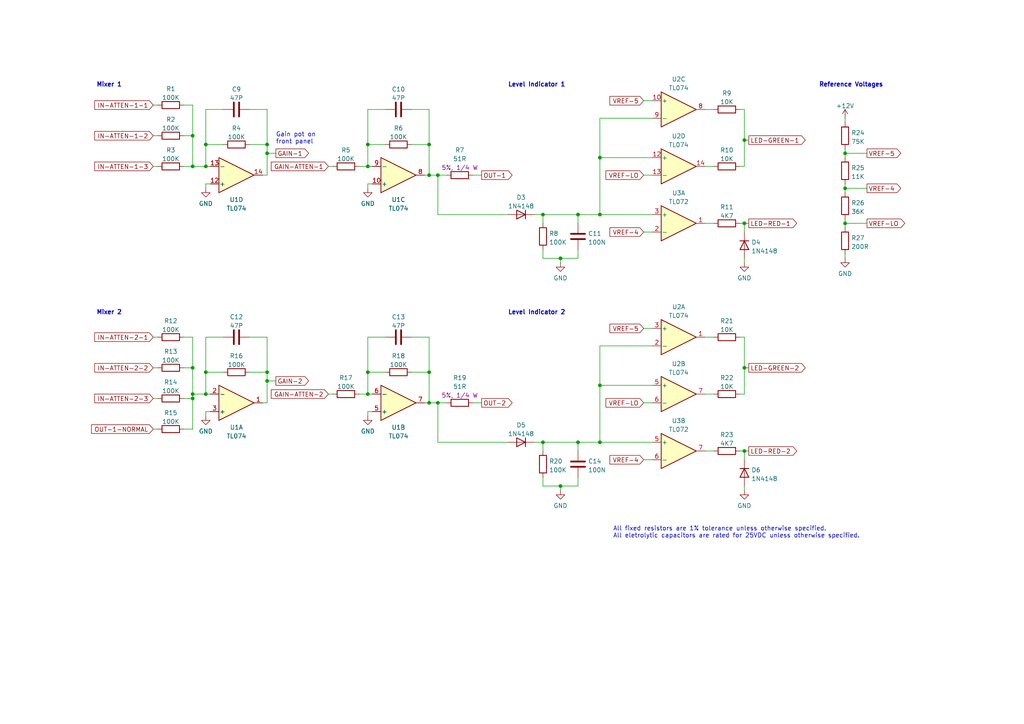
<source format=kicad_sch>
(kicad_sch (version 20211123) (generator eeschema)
  (paper "A4")
  (title_block (title "Eurorack Dual Mixer") (date "2022-07-02") (rev "1.1") (company "Len Popp") (comment 1 "Copyright © 2022 Len Popp CC BY") (comment 2 "Layout designed for 8HP module using Delptronics Module Construction Set") (comment 3 "Eurorack 2-channel 3:1 mixer module - 8HP"))
  (junction (at 77.47 107.95))
  (junction (at 173.99 62.23))
  (junction (at 124.46 50.8))
  (junction (at 245.11 44.45))
  (junction (at 124.46 41.91))
  (junction (at 215.9 64.77))
  (junction (at 59.69 107.95))
  (junction (at 215.9 130.81))
  (junction (at 157.48 62.23))
  (junction (at 173.99 45.72))
  (junction (at 77.47 41.91))
  (junction (at 215.9 40.64))
  (junction (at 157.48 128.27))
  (junction (at 77.47 110.49))
  (junction (at 55.88 114.3))
  (junction (at 106.68 48.26))
  (junction (at 173.99 128.27))
  (junction (at 59.69 48.26))
  (junction (at 167.64 62.23))
  (junction (at 245.11 54.61))
  (junction (at 77.47 44.45))
  (junction (at 215.9 106.68))
  (junction (at 55.88 39.37))
  (junction (at 173.99 111.76))
  (junction (at 55.88 115.57))
  (junction (at 167.64 128.27))
  (junction (at 106.68 41.91))
  (junction (at 106.68 114.3))
  (junction (at 106.68 107.95))
  (junction (at 127 50.8))
  (junction (at 124.46 107.95))
  (junction (at 245.11 64.77))
  (junction (at 162.56 74.93))
  (junction (at 124.46 116.84))
  (junction (at 59.69 114.3))
  (junction (at 162.56 140.97))
  (junction (at 55.88 48.26))
  (junction (at 127 116.84))
  (junction (at 55.88 106.68))
  (junction (at 59.69 41.91))
  (wire (pts (xy 215.9 31.75) (xy 215.9 40.64)))
  (wire (pts (xy 111.76 97.79) (xy 106.68 97.79)))
  (wire (pts (xy 214.63 130.81) (xy 215.9 130.81)))
  (wire (pts (xy 106.68 48.26) (xy 107.95 48.26)))
  (wire (pts (xy 77.47 44.45) (xy 77.47 50.8)))
  (wire (pts (xy 55.88 114.3) (xy 55.88 115.57)))
  (wire (pts (xy 95.25 114.3) (xy 96.52 114.3)))
  (wire (pts (xy 124.46 116.84) (xy 127 116.84)))
  (wire (pts (xy 162.56 140.97) (xy 167.64 140.97)))
  (wire (pts (xy 55.88 106.68) (xy 55.88 97.79)))
  (wire (pts (xy 111.76 31.75) (xy 106.68 31.75)))
  (wire (pts (xy 245.11 64.77) (xy 245.11 66.04)))
  (wire (pts (xy 53.34 39.37) (xy 55.88 39.37)))
  (wire (pts (xy 245.11 64.77) (xy 251.46 64.77)))
  (wire (pts (xy 44.45 115.57) (xy 45.72 115.57)))
  (wire (pts (xy 77.47 44.45) (xy 77.47 41.91)))
  (wire (pts (xy 106.68 114.3) (xy 107.95 114.3)))
  (wire (pts (xy 124.46 107.95) (xy 124.46 116.84)))
  (wire (pts (xy 204.47 31.75) (xy 207.01 31.75)))
  (wire (pts (xy 189.23 100.33) (xy 173.99 100.33)))
  (wire (pts (xy 127 128.27) (xy 147.32 128.27)))
  (wire (pts (xy 214.63 97.79) (xy 215.9 97.79)))
  (wire (pts (xy 77.47 110.49) (xy 77.47 107.95)))
  (wire (pts (xy 215.9 40.64) (xy 217.17 40.64)))
  (wire (pts (xy 245.11 54.61) (xy 251.46 54.61)))
  (wire (pts (xy 137.16 116.84) (xy 139.7 116.84)))
  (wire (pts (xy 106.68 107.95) (xy 111.76 107.95)))
  (wire (pts (xy 167.64 140.97) (xy 167.64 138.43)))
  (wire (pts (xy 124.46 31.75) (xy 124.46 41.91)))
  (wire (pts (xy 59.69 114.3) (xy 60.96 114.3)))
  (wire (pts (xy 106.68 97.79) (xy 106.68 107.95)))
  (wire (pts (xy 59.69 97.79) (xy 59.69 107.95)))
  (wire (pts (xy 44.45 106.68) (xy 45.72 106.68)))
  (wire (pts (xy 186.69 95.25) (xy 189.23 95.25)))
  (wire (pts (xy 162.56 140.97) (xy 162.56 142.24)))
  (wire (pts (xy 77.47 41.91) (xy 72.39 41.91)))
  (wire (pts (xy 53.34 115.57) (xy 55.88 115.57)))
  (wire (pts (xy 245.11 44.45) (xy 245.11 45.72)))
  (wire (pts (xy 59.69 53.34) (xy 59.69 54.61)))
  (wire (pts (xy 207.01 114.3) (xy 204.47 114.3)))
  (wire (pts (xy 59.69 41.91) (xy 59.69 48.26)))
  (wire (pts (xy 77.47 97.79) (xy 77.47 107.95)))
  (wire (pts (xy 124.46 41.91) (xy 124.46 50.8)))
  (wire (pts (xy 64.77 97.79) (xy 59.69 97.79)))
  (wire (pts (xy 59.69 48.26) (xy 60.96 48.26)))
  (wire (pts (xy 53.34 124.46) (xy 55.88 124.46)))
  (wire (pts (xy 44.45 97.79) (xy 45.72 97.79)))
  (wire (pts (xy 119.38 31.75) (xy 124.46 31.75)))
  (wire (pts (xy 127 128.27) (xy 127 116.84)))
  (wire (pts (xy 215.9 76.2) (xy 215.9 74.93)))
  (wire (pts (xy 44.45 39.37) (xy 45.72 39.37)))
  (wire (pts (xy 154.94 128.27) (xy 157.48 128.27)))
  (wire (pts (xy 95.25 48.26) (xy 96.52 48.26)))
  (wire (pts (xy 215.9 142.24) (xy 215.9 140.97)))
  (wire (pts (xy 157.48 128.27) (xy 167.64 128.27)))
  (wire (pts (xy 215.9 133.35) (xy 215.9 130.81)))
  (wire (pts (xy 60.96 119.38) (xy 59.69 119.38)))
  (wire (pts (xy 167.64 128.27) (xy 167.64 130.81)))
  (wire (pts (xy 77.47 107.95) (xy 72.39 107.95)))
  (wire (pts (xy 127 62.23) (xy 147.32 62.23)))
  (wire (pts (xy 157.48 62.23) (xy 167.64 62.23)))
  (wire (pts (xy 119.38 97.79) (xy 124.46 97.79)))
  (wire (pts (xy 189.23 34.29) (xy 173.99 34.29)))
  (wire (pts (xy 107.95 53.34) (xy 106.68 53.34)))
  (wire (pts (xy 215.9 106.68) (xy 215.9 114.3)))
  (wire (pts (xy 157.48 128.27) (xy 157.48 130.81)))
  (wire (pts (xy 64.77 41.91) (xy 59.69 41.91)))
  (wire (pts (xy 55.88 124.46) (xy 55.88 115.57)))
  (wire (pts (xy 53.34 48.26) (xy 55.88 48.26)))
  (wire (pts (xy 77.47 110.49) (xy 80.01 110.49)))
  (wire (pts (xy 214.63 31.75) (xy 215.9 31.75)))
  (wire (pts (xy 59.69 107.95) (xy 59.69 114.3)))
  (wire (pts (xy 215.9 67.31) (xy 215.9 64.77)))
  (wire (pts (xy 173.99 111.76) (xy 189.23 111.76)))
  (wire (pts (xy 106.68 31.75) (xy 106.68 41.91)))
  (wire (pts (xy 173.99 111.76) (xy 173.99 128.27)))
  (wire (pts (xy 106.68 107.95) (xy 106.68 114.3)))
  (wire (pts (xy 186.69 29.21) (xy 189.23 29.21)))
  (wire (pts (xy 215.9 97.79) (xy 215.9 106.68)))
  (wire (pts (xy 124.46 41.91) (xy 119.38 41.91)))
  (wire (pts (xy 173.99 62.23) (xy 189.23 62.23)))
  (wire (pts (xy 162.56 74.93) (xy 167.64 74.93)))
  (wire (pts (xy 245.11 43.18) (xy 245.11 44.45)))
  (wire (pts (xy 44.45 48.26) (xy 45.72 48.26)))
  (wire (pts (xy 215.9 48.26) (xy 214.63 48.26)))
  (wire (pts (xy 215.9 106.68) (xy 217.17 106.68)))
  (wire (pts (xy 157.48 74.93) (xy 162.56 74.93)))
  (wire (pts (xy 104.14 48.26) (xy 106.68 48.26)))
  (wire (pts (xy 245.11 63.5) (xy 245.11 64.77)))
  (wire (pts (xy 157.48 72.39) (xy 157.48 74.93)))
  (wire (pts (xy 59.69 31.75) (xy 59.69 41.91)))
  (wire (pts (xy 72.39 97.79) (xy 77.47 97.79)))
  (wire (pts (xy 53.34 97.79) (xy 55.88 97.79)))
  (wire (pts (xy 186.69 50.8) (xy 189.23 50.8)))
  (wire (pts (xy 123.19 116.84) (xy 124.46 116.84)))
  (wire (pts (xy 76.2 50.8) (xy 77.47 50.8)))
  (wire (pts (xy 106.68 41.91) (xy 106.68 48.26)))
  (wire (pts (xy 72.39 31.75) (xy 77.47 31.75)))
  (wire (pts (xy 55.88 39.37) (xy 55.88 30.48)))
  (wire (pts (xy 167.64 62.23) (xy 173.99 62.23)))
  (wire (pts (xy 245.11 53.34) (xy 245.11 54.61)))
  (wire (pts (xy 137.16 50.8) (xy 139.7 50.8)))
  (wire (pts (xy 77.47 44.45) (xy 80.01 44.45)))
  (wire (pts (xy 53.34 30.48) (xy 55.88 30.48)))
  (wire (pts (xy 173.99 45.72) (xy 173.99 62.23)))
  (wire (pts (xy 204.47 130.81) (xy 207.01 130.81)))
  (wire (pts (xy 104.14 114.3) (xy 106.68 114.3)))
  (wire (pts (xy 245.11 73.66) (xy 245.11 74.93)))
  (wire (pts (xy 59.69 119.38) (xy 59.69 120.65)))
  (wire (pts (xy 107.95 119.38) (xy 106.68 119.38)))
  (wire (pts (xy 124.46 97.79) (xy 124.46 107.95)))
  (wire (pts (xy 157.48 62.23) (xy 157.48 64.77)))
  (wire (pts (xy 44.45 30.48) (xy 45.72 30.48)))
  (wire (pts (xy 157.48 140.97) (xy 162.56 140.97)))
  (wire (pts (xy 55.88 48.26) (xy 59.69 48.26)))
  (wire (pts (xy 106.68 53.34) (xy 106.68 54.61)))
  (wire (pts (xy 173.99 128.27) (xy 189.23 128.27)))
  (wire (pts (xy 167.64 128.27) (xy 173.99 128.27)))
  (wire (pts (xy 245.11 54.61) (xy 245.11 55.88)))
  (wire (pts (xy 207.01 48.26) (xy 204.47 48.26)))
  (wire (pts (xy 53.34 106.68) (xy 55.88 106.68)))
  (wire (pts (xy 77.47 110.49) (xy 77.47 116.84)))
  (wire (pts (xy 186.69 116.84) (xy 189.23 116.84)))
  (wire (pts (xy 162.56 74.93) (xy 162.56 76.2)))
  (wire (pts (xy 124.46 50.8) (xy 127 50.8)))
  (wire (pts (xy 173.99 45.72) (xy 189.23 45.72)))
  (wire (pts (xy 106.68 119.38) (xy 106.68 120.65)))
  (wire (pts (xy 157.48 138.43) (xy 157.48 140.97)))
  (wire (pts (xy 111.76 41.91) (xy 106.68 41.91)))
  (wire (pts (xy 123.19 50.8) (xy 124.46 50.8)))
  (wire (pts (xy 214.63 64.77) (xy 215.9 64.77)))
  (wire (pts (xy 127 50.8) (xy 129.54 50.8)))
  (wire (pts (xy 124.46 107.95) (xy 119.38 107.95)))
  (wire (pts (xy 77.47 31.75) (xy 77.47 41.91)))
  (wire (pts (xy 76.2 116.84) (xy 77.47 116.84)))
  (wire (pts (xy 64.77 31.75) (xy 59.69 31.75)))
  (wire (pts (xy 154.94 62.23) (xy 157.48 62.23)))
  (wire (pts (xy 127 62.23) (xy 127 50.8)))
  (wire (pts (xy 215.9 40.64) (xy 215.9 48.26)))
  (wire (pts (xy 186.69 133.35) (xy 189.23 133.35)))
  (wire (pts (xy 167.64 62.23) (xy 167.64 64.77)))
  (wire (pts (xy 55.88 39.37) (xy 55.88 48.26)))
  (wire (pts (xy 204.47 97.79) (xy 207.01 97.79)))
  (wire (pts (xy 204.47 64.77) (xy 207.01 64.77)))
  (wire (pts (xy 127 116.84) (xy 129.54 116.84)))
  (wire (pts (xy 44.45 124.46) (xy 45.72 124.46)))
  (wire (pts (xy 173.99 100.33) (xy 173.99 111.76)))
  (wire (pts (xy 215.9 64.77) (xy 217.17 64.77)))
  (wire (pts (xy 167.64 74.93) (xy 167.64 72.39)))
  (wire (pts (xy 215.9 130.81) (xy 217.17 130.81)))
  (wire (pts (xy 59.69 107.95) (xy 64.77 107.95)))
  (wire (pts (xy 55.88 114.3) (xy 59.69 114.3)))
  (wire (pts (xy 245.11 44.45) (xy 251.46 44.45)))
  (wire (pts (xy 245.11 34.29) (xy 245.11 35.56)))
  (wire (pts (xy 173.99 34.29) (xy 173.99 45.72)))
  (wire (pts (xy 215.9 114.3) (xy 214.63 114.3)))
  (wire (pts (xy 186.69 67.31) (xy 189.23 67.31)))
  (wire (pts (xy 55.88 106.68) (xy 55.88 114.3)))
  (wire (pts (xy 60.96 53.34) (xy 59.69 53.34)))
  (text "Reference Voltages" (at 237.49 25.4 0) (effects (font (size 1.27 1.27) (thickness 0.254) bold) (justify left bottom)))
  (text "All fixed resistors are 1% tolerance unless otherwise specified.\nAll eletrolytic capacitors are rated for 25VDC unless otherwise specified." (at 177.8 156.21 0) (effects (font (size 1.27 1.27)) (justify left bottom)))
  (text "Gain pot on \nfront panel" (at 80.01 41.91 0) (effects (font (size 1.27 1.27)) (justify left bottom)))
  (text "Level Indicator 1" (at 147.32 25.4 0) (effects (font (size 1.27 1.27) (thickness 0.254) bold) (justify left bottom)))
  (text "Level Indicator 2" (at 147.32 91.44 0) (effects (font (size 1.27 1.27) (thickness 0.254) bold) (justify left bottom)))
  (text "Mixer 1" (at 27.94 25.4 0) (effects (font (size 1.27 1.27) (thickness 0.254) bold) (justify left bottom)))
  (text "Mixer 2" (at 27.94 91.44 0) (effects (font (size 1.27 1.27) (thickness 0.254) bold) (justify left bottom)))
  (text "Front Panel & Power" (at 304.8 21.59 0) (effects (font (size 2.54 2.54) (thickness 0.508) bold) (justify left bottom)))
  (global_label "IN-ATTEN-1-1" (shape input) (at 44.45 30.48 180) (property "Intersheet References" "${INTERSHEET_REFS}" (effects hide)))
  (global_label "LED-RED-1" (shape output) (at 217.17 64.77 0) (property "Intersheet References" "${INTERSHEET_REFS}" (effects hide)))
  (global_label "LED-RED-2" (shape output) (at 217.17 130.81 0) (property "Intersheet References" "${INTERSHEET_REFS}" (effects hide)))
  (global_label "IN-ATTEN-1-3" (shape input) (at 44.45 48.26 180) (property "Intersheet References" "${INTERSHEET_REFS}" (effects hide)))
  (global_label "IN-ATTEN-2-1" (shape input) (at 44.45 97.79 180) (property "Intersheet References" "${INTERSHEET_REFS}" (effects hide)))
  (global_label "GAIN-ATTEN-2" (shape input) (at 95.25 114.3 180) (property "Intersheet References" "${INTERSHEET_REFS}" (effects hide)))
  (global_label "VREF-LO" (shape output) (at 251.46 64.77 0) (property "Intersheet References" "${INTERSHEET_REFS}" (effects hide)))
  (global_label "OUT-1" (shape output) (at 139.7 50.8 0) (property "Intersheet References" "${INTERSHEET_REFS}" (effects hide)))
  (global_label "VREF-5" (shape output) (at 251.46 44.45 0) (property "Intersheet References" "${INTERSHEET_REFS}" (effects hide)))
  (global_label "OUT-2" (shape output) (at 139.7 116.84 0) (property "Intersheet References" "${INTERSHEET_REFS}" (effects hide)))
  (global_label "VREF-5" (shape input) (at 186.69 95.25 180) (property "Intersheet References" "${INTERSHEET_REFS}" (effects hide)))
  (global_label "GAIN-2" (shape output) (at 80.01 110.49 0) (property "Intersheet References" "${INTERSHEET_REFS}" (effects hide)))
  (global_label "IN-ATTEN-1-2" (shape input) (at 44.45 39.37 180) (property "Intersheet References" "${INTERSHEET_REFS}" (effects hide)))
  (global_label "LED-GREEN-1" (shape output) (at 217.17 40.64 0) (property "Intersheet References" "${INTERSHEET_REFS}" (effects hide)))
  (global_label "IN-ATTEN-2-2" (shape input) (at 44.45 106.68 180) (property "Intersheet References" "${INTERSHEET_REFS}" (effects hide)))
  (global_label "VREF-4" (shape input) (at 186.69 133.35 180) (property "Intersheet References" "${INTERSHEET_REFS}" (effects hide)))
  (global_label "OUT-1-NORMAL" (shape input) (at 44.45 124.46 180) (property "Intersheet References" "${INTERSHEET_REFS}" (effects hide)))
  (global_label "LED-GREEN-2" (shape output) (at 217.17 106.68 0) (property "Intersheet References" "${INTERSHEET_REFS}" (effects hide)))
  (global_label "VREF-4" (shape input) (at 186.69 67.31 180) (property "Intersheet References" "${INTERSHEET_REFS}" (effects hide)))
  (global_label "IN-ATTEN-2-3" (shape input) (at 44.45 115.57 180) (property "Intersheet References" "${INTERSHEET_REFS}" (effects hide)))
  (global_label "VREF-LO" (shape input) (at 186.69 116.84 180) (property "Intersheet References" "${INTERSHEET_REFS}" (effects hide)))
  (global_label "VREF-5" (shape input) (at 186.69 29.21 180) (property "Intersheet References" "${INTERSHEET_REFS}" (effects hide)))
  (global_label "GAIN-ATTEN-1" (shape input) (at 95.25 48.26 180) (property "Intersheet References" "${INTERSHEET_REFS}" (effects hide)))
  (global_label "VREF-LO" (shape input) (at 186.69 50.8 180) (property "Intersheet References" "${INTERSHEET_REFS}" (effects hide)))
  (global_label "GAIN-1" (shape output) (at 80.01 44.45 0) (property "Intersheet References" "${INTERSHEET_REFS}" (effects hide)))
  (global_label "VREF-4" (shape output) (at 251.46 54.61 0) (property "Intersheet References" "${INTERSHEET_REFS}" (effects hide)))
  (symbol (lib_id "-lmp-power:GND") (at 106.68 54.61 0) (unit 1)
    (property "Reference" "#PWR012" (effects hide))
    (property "Value" "GND" (at 106.68 59.0534 0))
  )
  (symbol (lib_id "-lmp-power:GND") (at 59.69 120.65 0) (unit 1)
    (property "Reference" "#PWR015" (effects hide))
    (property "Value" "GND" (at 59.69 125.0934 0))
  )
  (symbol (lib_id "-lmp-power:+12V") (at 245.11 34.29 0) (unit 1)
    (property "Reference" "#PWR019" (effects hide))
    (property "Value" "+12V" (at 245.11 30.7142 0))
  )
  (symbol (lib_id "-lmp:CC_100N") (at 167.64 134.62 0) (unit 1)
    (property "Reference" "C14" (at 170.561 133.7853 0) (effects (justify left)))
    (property "Value" "100N" (at 170.561 136.3222 0) (effects (justify left)))
    (property "Footprint" "-lmp-misc:C_Disc_D5.0mm_W2.5mm_P2.50mm" (effects hide))
    (property "Datasheet" "https://product.tdk.com/system/files/dam/doc/product/capacitor/ceramic/lead-mlcc/catalog/leadmlcc_halogenfree_fg_en.pdf" (effects hide))
    (property "Note" "IC decoupling" (effects hide))
    (property "Manufacturer" "TDK" (effects hide))
    (property "ManufacturerPartNum" "FG18X7R1H104KNT06" (effects hide))
    (property "Distributor" "Mouser" (effects hide))
    (property "DistributorPartNum" "810-FG18X7R1H104KNT6" (effects hide))
    (property "DistributorPartLink" "https://www.mouser.ca/ProductDetail/810-FG18X7R1H104KNT6" (effects hide))
  )
  (symbol (lib_id "-lmp:R_1%_0W166") (at 245.11 49.53 0) (unit 1)
    (property "Reference" "R25" (at 246.888 48.6953 0) (effects (justify left)))
    (property "Value" "11K" (at 246.888 51.2322 0) (effects (justify left)))
    (property "Footprint" "-lmp-misc:R_Axial_DIN0207_L6.3mm_D2.5mm_P7.62mm_Horizontal" (effects hide))
    (property "Datasheet" "https://www.mouser.ca/datasheet/2/447/Yageo_LR_MFR_1-1714151.pdf" (effects hide))
    (property "Manufacturer" "YAGEO" (effects hide))
    (property "ManufacturerPartNum" "MFR-12FTF52-11K" (effects hide))
    (property "Distributor" "Mouser" (effects hide))
    (property "DistributorPartNum" "603-MFR-12FTF52-11K" (effects hide))
    (property "DistributorPartLink" "https://www.mouser.ca/ProductDetail/YAGEO/MFR-12FTF52-11K?qs=oAGoVhmvjhx1sOCa0IR7aA%3D%3D" (effects hide))
    (property "Value2" "1%, 1/6 W" (effects hide))
  )
  (symbol (lib_id "-lmp:R_1%_0W166") (at 49.53 39.37 90) (unit 1)
    (property "Reference" "R2" (at 49.53 34.6542 90))
    (property "Value" "100K" (at 49.53 37.1911 90))
    (property "Footprint" "-lmp-misc:R_Axial_DIN0207_L6.3mm_D2.5mm_P7.62mm_Horizontal" (effects hide))
    (property "Datasheet" "https://www.mouser.ca/datasheet/2/447/Yageo_LR_MFR_1-1714151.pdf" (effects hide))
    (property "Manufacturer" "YAGEO" (effects hide))
    (property "ManufacturerPartNum" "MFR-12FTF52-100K" (effects hide))
    (property "Distributor" "Mouser" (effects hide))
    (property "DistributorPartNum" "603-MFR-12FTF52-100K" (effects hide))
    (property "DistributorPartLink" "https://www.mouser.ca/ProductDetail/YAGEO/MFR-12FTF52-100K?qs=oAGoVhmvjhxn7uX6J9%2FOug%3D%3D" (effects hide))
    (property "Value2" "1%, 1/6 W" (effects hide))
  )
  (symbol (lib_id "-lmp-power:GND") (at 162.56 76.2 0) (unit 1)
    (property "Reference" "#PWR013" (effects hide))
    (property "Value" "GND" (at 162.56 80.6434 0))
  )
  (symbol (lib_id "-lmp:CC") (at 115.57 31.75 90) (unit 1)
    (property "Reference" "C10" (at 115.57 25.8912 90))
    (property "Value" "47P" (at 115.57 28.4281 90))
    (property "Footprint" "-lmp-misc:C_Disc_D5.0mm_W2.5mm_P2.50mm" (effects hide))
    (property "Datasheet" "https://www.mouser.ca/datasheet/2/427/kseries-1763315.pdf" (effects hide))
    (property "Distributor" "Mouser" (effects hide))
    (property "DistributorPartLink" "https://www.mouser.ca/ProductDetail/Vishay-BC-Components/K470K15C0GH53L2?qs=vmM6vcLFxxH%252BnUnXm2ihfA%3D%3D" (effects hide))
    (property "DistributorPartNum" "594-K470K15C0GH53L2" (effects hide))
    (property "Manufacturer" "Vishay" (effects hide))
    (property "ManufacturerPartNum" "K470K15C0GH53L2" (effects hide))
  )
  (symbol (lib_id "-lmp:R_1%_0W166") (at 100.33 48.26 90) (unit 1)
    (property "Reference" "R5" (at 100.33 43.5442 90))
    (property "Value" "100K" (at 100.33 46.0811 90))
    (property "Footprint" "-lmp-misc:R_Axial_DIN0207_L6.3mm_D2.5mm_P7.62mm_Horizontal" (effects hide))
    (property "Datasheet" "https://www.mouser.ca/datasheet/2/447/Yageo_LR_MFR_1-1714151.pdf" (effects hide))
    (property "Manufacturer" "YAGEO" (effects hide))
    (property "ManufacturerPartNum" "MFR-12FTF52-100K" (effects hide))
    (property "Distributor" "Mouser" (effects hide))
    (property "DistributorPartNum" "603-MFR-12FTF52-100K" (effects hide))
    (property "DistributorPartLink" "https://www.mouser.ca/ProductDetail/YAGEO/MFR-12FTF52-100K?qs=oAGoVhmvjhxn7uX6J9%2FOug%3D%3D" (effects hide))
    (property "Value2" "1%, 1/6 W" (effects hide))
  )
  (symbol (lib_id "-lmp-opamp:TL072") (at 196.85 64.77 0) (unit 1)
    (property "Reference" "U3" (at 196.85 55.9902 0))
    (property "Value" "TL072" (at 196.85 58.5271 0))
    (property "Footprint" "Package_DIP:DIP-8_W7.62mm" (effects hide))
    (property "Datasheet" "https://www.ti.com/lit/ds/symlink/tl072b.pdf?ts=1628812694194" (effects hide))
    (property "Manufacturer" "Texas Instruments" (effects hide))
    (property "ManufacturerPartNum" "TL072BCP" (effects hide))
    (property "Distributor" "Mouser" (effects hide))
    (property "DistributorPartNum" "595-TL072BCP" (effects hide))
    (property "DistributorPartLink" "https://www.mouser.ca/ProductDetail/Texas-Instruments/TL072BCP?qs=p6YqzpSxLIxmo8AyZLsP4g%3D%3D" (effects hide))
  )
  (symbol (lib_id "-lmp:R_1%_0W166") (at 245.11 69.85 0) (unit 1)
    (property "Reference" "R27" (at 246.888 69.0153 0) (effects (justify left)))
    (property "Value" "200R" (at 246.888 71.5522 0) (effects (justify left)))
    (property "Footprint" "-lmp-misc:R_Axial_DIN0207_L6.3mm_D2.5mm_P7.62mm_Horizontal" (effects hide))
    (property "Datasheet" "https://www.mouser.ca/datasheet/2/447/Yageo_LR_MFR_1-1714151.pdf" (effects hide))
    (property "Manufacturer" "YAGEO" (effects hide))
    (property "ManufacturerPartNum" "MFR-12FTF52-200R" (effects hide))
    (property "Distributor" "Mouser" (effects hide))
    (property "DistributorPartNum" "603-MFR-12FTF52-200R" (effects hide))
    (property "DistributorPartLink" "https://www.mouser.ca/ProductDetail/603-MFR-12FTF52-200R" (effects hide))
    (property "Value2" "1%, 1/6 W" (effects hide))
  )
  (symbol (lib_id "-lmp:R_1%_0W166") (at 210.82 97.79 90) (unit 1)
    (property "Reference" "R21" (at 210.82 93.0742 90))
    (property "Value" "10K" (at 210.82 95.6111 90))
    (property "Footprint" "-lmp-misc:R_Axial_DIN0207_L6.3mm_D2.5mm_P7.62mm_Horizontal" (effects hide))
    (property "Datasheet" "https://www.mouser.ca/datasheet/2/447/Yageo_LR_MFR_1-1714151.pdf" (effects hide))
    (property "Manufacturer" "YAGEO" (effects hide))
    (property "ManufacturerPartNum" "MFR-12FTF52-10K" (effects hide))
    (property "Distributor" "Mouser" (effects hide))
    (property "DistributorPartNum" "603-MFR-12FTF52-10K" (effects hide))
    (property "DistributorPartLink" "https://www.mouser.ca/ProductDetail/YAGEO/MFR-12FTF52-10K?qs=oAGoVhmvjhzLlUYKKBtdYQ%3D%3D" (effects hide))
    (property "Value2" "1%, 1/6 W" (effects hide))
  )
  (symbol (lib_id "-lmp-opamp:TL074") (at 115.57 50.8 0) (mirror x) (unit 3)
    (property "Reference" "U1" (at 115.57 57.9104 0))
    (property "Value" "TL074" (at 115.57 60.4473 0))
    (property "Footprint" "Package_DIP:DIP-14_W7.62mm" (effects hide))
    (property "Datasheet" "http://www.ti.com/lit/ds/symlink/tl071.pdf" (effects hide))
    (property "Manufacturer" "Texas Instruments" (effects hide))
    (property "ManufacturerPartNum" "TL074BCN" (effects hide))
    (property "Distributor" "Mouser" (effects hide))
    (property "DistributorPartNum" "595-TL074BCN" (effects hide))
    (property "DistributorPartLink" "https://www.mouser.ca/ProductDetail/?qs=vxEfx8VrU7BHurOY5iQdiA%3D%3D" (effects hide))
  )
  (symbol (lib_id "-lmp-opamp:TL074") (at 196.85 114.3 0) (unit 2)
    (property "Reference" "U2" (at 196.85 105.5202 0))
    (property "Value" "TL074" (at 196.85 108.0571 0))
    (property "Footprint" "Package_DIP:DIP-14_W7.62mm" (effects hide))
    (property "Datasheet" "http://www.ti.com/lit/ds/symlink/tl071.pdf" (effects hide))
    (property "Manufacturer" "Texas Instruments" (effects hide))
    (property "ManufacturerPartNum" "TL074BCN" (effects hide))
    (property "Distributor" "Mouser" (effects hide))
    (property "DistributorPartNum" "595-TL074BCN" (effects hide))
    (property "DistributorPartLink" "https://www.mouser.ca/ProductDetail/?qs=vxEfx8VrU7BHurOY5iQdiA%3D%3D" (effects hide))
  )
  (symbol (lib_id "-lmp:R_1%_0W166") (at 210.82 114.3 90) (unit 1)
    (property "Reference" "R22" (at 210.82 109.5842 90))
    (property "Value" "10K" (at 210.82 112.1211 90))
    (property "Footprint" "-lmp-misc:R_Axial_DIN0207_L6.3mm_D2.5mm_P7.62mm_Horizontal" (effects hide))
    (property "Datasheet" "https://www.mouser.ca/datasheet/2/447/Yageo_LR_MFR_1-1714151.pdf" (effects hide))
    (property "Manufacturer" "YAGEO" (effects hide))
    (property "ManufacturerPartNum" "MFR-12FTF52-10K" (effects hide))
    (property "Distributor" "Mouser" (effects hide))
    (property "DistributorPartNum" "603-MFR-12FTF52-10K" (effects hide))
    (property "DistributorPartLink" "https://www.mouser.ca/ProductDetail/YAGEO/MFR-12FTF52-10K?qs=oAGoVhmvjhzLlUYKKBtdYQ%3D%3D" (effects hide))
    (property "Value2" "1%, 1/6 W" (effects hide))
  )
  (symbol (lib_id "-lmp:R_1%_0W166") (at 210.82 64.77 90) (unit 1)
    (property "Reference" "R11" (at 210.82 60.0542 90))
    (property "Value" "4K7" (at 210.82 62.5911 90))
    (property "Footprint" "-lmp-misc:R_Axial_DIN0207_L6.3mm_D2.5mm_P7.62mm_Horizontal" (effects hide))
    (property "Datasheet" "https://www.mouser.ca/datasheet/2/447/Yageo_LR_MFR_1-1714151.pdf" (effects hide))
    (property "Manufacturer" "YAGEO" (effects hide))
    (property "ManufacturerPartNum" "MFR-12FTF52-4K7" (effects hide))
    (property "Distributor" "Mouser" (effects hide))
    (property "DistributorPartNum" "603-MFR-12FTF52-4K7" (effects hide))
    (property "DistributorPartLink" "https://www.mouser.ca/ProductDetail/YAGEO/MFR-12FTF52-4K7?qs=oAGoVhmvjhwCB3QIStJPAg%3D%3D" (effects hide))
    (property "Value2" "1%, 1/6 W" (effects hide))
  )
  (symbol (lib_id "-lmp:R_1%_0W166") (at 100.33 114.3 90) (unit 1)
    (property "Reference" "R17" (at 100.33 109.5842 90))
    (property "Value" "100K" (at 100.33 112.1211 90))
    (property "Footprint" "-lmp-misc:R_Axial_DIN0207_L6.3mm_D2.5mm_P7.62mm_Horizontal" (effects hide))
    (property "Datasheet" "https://www.mouser.ca/datasheet/2/447/Yageo_LR_MFR_1-1714151.pdf" (effects hide))
    (property "Manufacturer" "YAGEO" (effects hide))
    (property "ManufacturerPartNum" "MFR-12FTF52-100K" (effects hide))
    (property "Distributor" "Mouser" (effects hide))
    (property "DistributorPartNum" "603-MFR-12FTF52-100K" (effects hide))
    (property "DistributorPartLink" "https://www.mouser.ca/ProductDetail/YAGEO/MFR-12FTF52-100K?qs=oAGoVhmvjhxn7uX6J9%2FOug%3D%3D" (effects hide))
    (property "Value2" "1%, 1/6 W" (effects hide))
  )
  (symbol (lib_id "-lmp:CC") (at 68.58 97.79 90) (unit 1)
    (property "Reference" "C12" (at 68.58 91.9312 90))
    (property "Value" "47P" (at 68.58 94.4681 90))
    (property "Footprint" "-lmp-misc:C_Disc_D5.0mm_W2.5mm_P2.50mm" (effects hide))
    (property "Datasheet" "https://www.mouser.ca/datasheet/2/427/kseries-1763315.pdf" (effects hide))
    (property "Distributor" "Mouser" (effects hide))
    (property "DistributorPartLink" "https://www.mouser.ca/ProductDetail/Vishay-BC-Components/K470K15C0GH53L2?qs=vmM6vcLFxxH%252BnUnXm2ihfA%3D%3D" (effects hide))
    (property "DistributorPartNum" "594-K470K15C0GH53L2" (effects hide))
    (property "Manufacturer" "Vishay" (effects hide))
    (property "ManufacturerPartNum" "K470K15C0GH53L2" (effects hide))
  )
  (symbol (lib_id "-lmp-power:GND") (at 215.9 76.2 0) (unit 1)
    (property "Reference" "#PWR014" (effects hide))
    (property "Value" "GND" (at 215.9 80.6434 0))
  )
  (symbol (lib_id "-lmp:CC_100N") (at 167.64 68.58 0) (unit 1)
    (property "Reference" "C11" (at 170.561 67.7453 0) (effects (justify left)))
    (property "Value" "100N" (at 170.561 70.2822 0) (effects (justify left)))
    (property "Footprint" "-lmp-misc:C_Disc_D5.0mm_W2.5mm_P2.50mm" (effects hide))
    (property "Datasheet" "https://product.tdk.com/system/files/dam/doc/product/capacitor/ceramic/lead-mlcc/catalog/leadmlcc_halogenfree_fg_en.pdf" (effects hide))
    (property "Note" "IC decoupling" (effects hide))
    (property "Manufacturer" "TDK" (effects hide))
    (property "ManufacturerPartNum" "FG18X7R1H104KNT06" (effects hide))
    (property "Distributor" "Mouser" (effects hide))
    (property "DistributorPartNum" "810-FG18X7R1H104KNT6" (effects hide))
    (property "DistributorPartLink" "https://www.mouser.ca/ProductDetail/810-FG18X7R1H104KNT6" (effects hide))
  )
  (symbol (lib_id "-lmp:R_1%_0W166") (at 157.48 68.58 180) (unit 1)
    (property "Reference" "R8" (at 159.258 67.7453 0) (effects (justify right)))
    (property "Value" "100K" (at 159.258 70.2822 0) (effects (justify right)))
    (property "Footprint" "-lmp-misc:R_Axial_DIN0207_L6.3mm_D2.5mm_P7.62mm_Horizontal" (effects hide))
    (property "Datasheet" "https://www.mouser.ca/datasheet/2/447/Yageo_LR_MFR_1-1714151.pdf" (effects hide))
    (property "Manufacturer" "YAGEO" (effects hide))
    (property "ManufacturerPartNum" "MFR-12FTF52-100K" (effects hide))
    (property "Distributor" "Mouser" (effects hide))
    (property "DistributorPartNum" "603-MFR-12FTF52-100K" (effects hide))
    (property "DistributorPartLink" "https://www.mouser.ca/ProductDetail/YAGEO/MFR-12FTF52-100K?qs=oAGoVhmvjhxn7uX6J9%2FOug%3D%3D" (effects hide))
    (property "Value2" "1%, 1/6 W" (effects hide))
  )
  (symbol (lib_id "-lmp-opamp:TL074") (at 115.57 116.84 0) (mirror x) (unit 2)
    (property "Reference" "U1" (at 115.57 123.9504 0))
    (property "Value" "TL074" (at 115.57 126.4873 0))
    (property "Footprint" "Package_DIP:DIP-14_W7.62mm" (effects hide))
    (property "Datasheet" "http://www.ti.com/lit/ds/symlink/tl071.pdf" (effects hide))
    (property "Manufacturer" "Texas Instruments" (effects hide))
    (property "ManufacturerPartNum" "TL074BCN" (effects hide))
    (property "Distributor" "Mouser" (effects hide))
    (property "DistributorPartNum" "595-TL074BCN" (effects hide))
    (property "DistributorPartLink" "https://www.mouser.ca/ProductDetail/?qs=vxEfx8VrU7BHurOY5iQdiA%3D%3D" (effects hide))
  )
  (symbol (lib_id "-lmp:R_1%_0W166") (at 49.53 97.79 90) (unit 1)
    (property "Reference" "R12" (at 49.53 93.0742 90))
    (property "Value" "100K" (at 49.53 95.6111 90))
    (property "Footprint" "-lmp-misc:R_Axial_DIN0207_L6.3mm_D2.5mm_P7.62mm_Horizontal" (effects hide))
    (property "Datasheet" "https://www.mouser.ca/datasheet/2/447/Yageo_LR_MFR_1-1714151.pdf" (effects hide))
    (property "Manufacturer" "YAGEO" (effects hide))
    (property "ManufacturerPartNum" "MFR-12FTF52-100K" (effects hide))
    (property "Distributor" "Mouser" (effects hide))
    (property "DistributorPartNum" "603-MFR-12FTF52-100K" (effects hide))
    (property "DistributorPartLink" "https://www.mouser.ca/ProductDetail/YAGEO/MFR-12FTF52-100K?qs=oAGoVhmvjhxn7uX6J9%2FOug%3D%3D" (effects hide))
    (property "Value2" "1%, 1/6 W" (effects hide))
  )
  (symbol (lib_id "-lmp:R_1%_0W166") (at 115.57 107.95 90) (unit 1)
    (property "Reference" "R18" (at 115.57 103.2342 90))
    (property "Value" "100K" (at 115.57 105.7711 90))
    (property "Footprint" "-lmp-misc:R_Axial_DIN0207_L6.3mm_D2.5mm_P7.62mm_Horizontal" (effects hide))
    (property "Datasheet" "https://www.mouser.ca/datasheet/2/447/Yageo_LR_MFR_1-1714151.pdf" (effects hide))
    (property "Manufacturer" "YAGEO" (effects hide))
    (property "ManufacturerPartNum" "MFR-12FTF52-100K" (effects hide))
    (property "Distributor" "Mouser" (effects hide))
    (property "DistributorPartNum" "603-MFR-12FTF52-100K" (effects hide))
    (property "DistributorPartLink" "https://www.mouser.ca/ProductDetail/YAGEO/MFR-12FTF52-100K?qs=oAGoVhmvjhxn7uX6J9%2FOug%3D%3D" (effects hide))
    (property "Value2" "1%, 1/6 W" (effects hide))
  )
  (symbol (lib_id "-lmp:R_1%_0W166") (at 49.53 106.68 90) (unit 1)
    (property "Reference" "R13" (at 49.53 101.9642 90))
    (property "Value" "100K" (at 49.53 104.5011 90))
    (property "Footprint" "-lmp-misc:R_Axial_DIN0207_L6.3mm_D2.5mm_P7.62mm_Horizontal" (effects hide))
    (property "Datasheet" "https://www.mouser.ca/datasheet/2/447/Yageo_LR_MFR_1-1714151.pdf" (effects hide))
    (property "Manufacturer" "YAGEO" (effects hide))
    (property "ManufacturerPartNum" "MFR-12FTF52-100K" (effects hide))
    (property "Distributor" "Mouser" (effects hide))
    (property "DistributorPartNum" "603-MFR-12FTF52-100K" (effects hide))
    (property "DistributorPartLink" "https://www.mouser.ca/ProductDetail/YAGEO/MFR-12FTF52-100K?qs=oAGoVhmvjhxn7uX6J9%2FOug%3D%3D" (effects hide))
    (property "Value2" "1%, 1/6 W" (effects hide))
  )
  (symbol (lib_id "-lmp-diode:1N4148") (at 215.9 137.16 270) (unit 1)
    (property "Reference" "D6" (at 217.932 136.3253 90) (effects (justify left)))
    (property "Value" "1N4148" (at 217.932 138.8622 90) (effects (justify left)))
    (property "Footprint" "Diode_THT:D_DO-35_SOD27_P7.62mm_Horizontal" (effects hide))
    (property "Datasheet" "https://www.mouser.ca/datasheet/2/308/1N914_D-2309448.pdf" (effects hide))
    (property "Manufacturer" "On Semi / Fairchild" (effects hide))
    (property "ManufacturerPartNum" "1N4148-T50R" (effects hide))
    (property "Distributor" "Mouser" (effects hide))
    (property "DistributorPartNum" "512-1N4148T50R" (effects hide))
    (property "DistributorPartLink" "https://www.mouser.ca/ProductDetail/?qs=0lQeLiL1qyZS6rosZp7Ehg%3D%3D" (effects hide))
  )
  (symbol (lib_id "-lmp:R_1%_0W166") (at 68.58 107.95 90) (unit 1)
    (property "Reference" "R16" (at 68.58 103.2342 90))
    (property "Value" "100K" (at 68.58 105.7711 90))
    (property "Footprint" "-lmp-misc:R_Axial_DIN0207_L6.3mm_D2.5mm_P7.62mm_Horizontal" (effects hide))
    (property "Datasheet" "https://www.mouser.ca/datasheet/2/447/Yageo_LR_MFR_1-1714151.pdf" (effects hide))
    (property "Manufacturer" "YAGEO" (effects hide))
    (property "ManufacturerPartNum" "MFR-12FTF52-100K" (effects hide))
    (property "Distributor" "Mouser" (effects hide))
    (property "DistributorPartNum" "603-MFR-12FTF52-100K" (effects hide))
    (property "DistributorPartLink" "https://www.mouser.ca/ProductDetail/YAGEO/MFR-12FTF52-100K?qs=oAGoVhmvjhxn7uX6J9%2FOug%3D%3D" (effects hide))
    (property "Value2" "1%, 1/6 W" (effects hide))
  )
  (symbol (lib_id "-lmp:R_1%_0W166") (at 49.53 30.48 90) (unit 1)
    (property "Reference" "R1" (at 49.53 25.7642 90))
    (property "Value" "100K" (at 49.53 28.3011 90))
    (property "Footprint" "-lmp-misc:R_Axial_DIN0207_L6.3mm_D2.5mm_P7.62mm_Horizontal" (effects hide))
    (property "Datasheet" "https://www.mouser.ca/datasheet/2/447/Yageo_LR_MFR_1-1714151.pdf" (effects hide))
    (property "Manufacturer" "YAGEO" (effects hide))
    (property "ManufacturerPartNum" "MFR-12FTF52-100K" (effects hide))
    (property "Distributor" "Mouser" (effects hide))
    (property "DistributorPartNum" "603-MFR-12FTF52-100K" (effects hide))
    (property "DistributorPartLink" "https://www.mouser.ca/ProductDetail/YAGEO/MFR-12FTF52-100K?qs=oAGoVhmvjhxn7uX6J9%2FOug%3D%3D" (effects hide))
    (property "Value2" "1%, 1/6 W" (effects hide))
  )
  (symbol (lib_id "-lmp-synth:R_51R_Output") (at 133.35 50.8 90) (unit 1)
    (property "Reference" "R7" (at 133.35 43.5474 90))
    (property "Value" "51R" (at 133.35 46.0843 90))
    (property "Footprint" "-lmp-misc:R_Axial_DIN0207_L6.3mm_D2.5mm_P10.16mm_Horizontal" (effects hide))
    (property "Datasheet" "https://www.mouser.ca/datasheet/2/447/Yageo_LR_MFR_1-1714151.pdf" (effects hide))
    (property "Value2" "5%, 1/4 W" (at 133.35 48.6212 90))
    (property "Note" "Output limiting" (effects hide))
    (property "Manufacturer" "YAGEO" (effects hide))
    (property "ManufacturerPartNum" "MFR-25FBF52-51R" (effects hide))
    (property "Distributor" "Mouser" (effects hide))
    (property "DistributorPartNum" "603-MFR-25FBF52-51R" (effects hide))
    (property "DistributorPartLink" "https://www.mouser.ca/ProductDetail/?qs=oAGoVhmvjhzVx2bdEH1TLQ%3D%3D" (effects hide))
  )
  (symbol (lib_id "-lmp-opamp:TL072") (at 196.85 130.81 0) (unit 2)
    (property "Reference" "U3" (at 196.85 122.0302 0))
    (property "Value" "TL072" (at 196.85 124.5671 0))
    (property "Footprint" "Package_DIP:DIP-8_W7.62mm" (effects hide))
    (property "Datasheet" "https://www.ti.com/lit/ds/symlink/tl072b.pdf?ts=1628812694194" (effects hide))
    (property "Manufacturer" "Texas Instruments" (effects hide))
    (property "ManufacturerPartNum" "TL072BCP" (effects hide))
    (property "Distributor" "Mouser" (effects hide))
    (property "DistributorPartNum" "595-TL072BCP" (effects hide))
    (property "DistributorPartLink" "https://www.mouser.ca/ProductDetail/Texas-Instruments/TL072BCP?qs=p6YqzpSxLIxmo8AyZLsP4g%3D%3D" (effects hide))
  )
  (symbol (lib_id "-lmp:R_1%_0W166") (at 157.48 134.62 180) (unit 1)
    (property "Reference" "R20" (at 159.258 133.7853 0) (effects (justify right)))
    (property "Value" "100K" (at 159.258 136.3222 0) (effects (justify right)))
    (property "Footprint" "-lmp-misc:R_Axial_DIN0207_L6.3mm_D2.5mm_P7.62mm_Horizontal" (effects hide))
    (property "Datasheet" "https://www.mouser.ca/datasheet/2/447/Yageo_LR_MFR_1-1714151.pdf" (effects hide))
    (property "Manufacturer" "YAGEO" (effects hide))
    (property "ManufacturerPartNum" "MFR-12FTF52-100K" (effects hide))
    (property "Distributor" "Mouser" (effects hide))
    (property "DistributorPartNum" "603-MFR-12FTF52-100K" (effects hide))
    (property "DistributorPartLink" "https://www.mouser.ca/ProductDetail/YAGEO/MFR-12FTF52-100K?qs=oAGoVhmvjhxn7uX6J9%2FOug%3D%3D" (effects hide))
    (property "Value2" "1%, 1/6 W" (effects hide))
  )
  (symbol (lib_id "-lmp-diode:1N4148") (at 151.13 128.27 180) (unit 1)
    (property "Reference" "D5" (at 151.13 123.3002 0))
    (property "Value" "1N4148" (at 151.13 125.8371 0))
    (property "Footprint" "Diode_THT:D_DO-35_SOD27_P7.62mm_Horizontal" (effects hide))
    (property "Datasheet" "https://www.mouser.ca/datasheet/2/308/1N914_D-2309448.pdf" (effects hide))
    (property "Manufacturer" "On Semi / Fairchild" (effects hide))
    (property "ManufacturerPartNum" "1N4148-T50R" (effects hide))
    (property "Distributor" "Mouser" (effects hide))
    (property "DistributorPartNum" "512-1N4148T50R" (effects hide))
    (property "DistributorPartLink" "https://www.mouser.ca/ProductDetail/?qs=0lQeLiL1qyZS6rosZp7Ehg%3D%3D" (effects hide))
  )
  (symbol (lib_id "-lmp:CC") (at 68.58 31.75 90) (unit 1)
    (property "Reference" "C9" (at 68.58 25.8912 90))
    (property "Value" "47P" (at 68.58 28.4281 90))
    (property "Footprint" "-lmp-misc:C_Disc_D5.0mm_W2.5mm_P2.50mm" (effects hide))
    (property "Datasheet" "https://www.mouser.ca/datasheet/2/427/kseries-1763315.pdf" (effects hide))
    (property "Distributor" "Mouser" (effects hide))
    (property "DistributorPartLink" "https://www.mouser.ca/ProductDetail/Vishay-BC-Components/K470K15C0GH53L2?qs=vmM6vcLFxxH%252BnUnXm2ihfA%3D%3D" (effects hide))
    (property "DistributorPartNum" "594-K470K15C0GH53L2" (effects hide))
    (property "Manufacturer" "Vishay" (effects hide))
    (property "ManufacturerPartNum" "K470K15C0GH53L2" (effects hide))
  )
  (symbol (lib_id "-lmp-synth:R_51R_Output") (at 133.35 116.84 90) (unit 1)
    (property "Reference" "R19" (at 133.35 109.5874 90))
    (property "Value" "51R" (at 133.35 112.1243 90))
    (property "Footprint" "-lmp-misc:R_Axial_DIN0207_L6.3mm_D2.5mm_P10.16mm_Horizontal" (effects hide))
    (property "Datasheet" "https://www.mouser.ca/datasheet/2/447/Yageo_LR_MFR_1-1714151.pdf" (effects hide))
    (property "Value2" "5%, 1/4 W" (at 133.35 114.6612 90))
    (property "Note" "Output limiting" (effects hide))
    (property "Manufacturer" "YAGEO" (effects hide))
    (property "ManufacturerPartNum" "MFR-25FBF52-51R" (effects hide))
    (property "Distributor" "Mouser" (effects hide))
    (property "DistributorPartNum" "603-MFR-25FBF52-51R" (effects hide))
    (property "DistributorPartLink" "https://www.mouser.ca/ProductDetail/?qs=oAGoVhmvjhzVx2bdEH1TLQ%3D%3D" (effects hide))
  )
  (symbol (lib_id "-lmp:R_1%_0W166") (at 49.53 115.57 90) (unit 1)
    (property "Reference" "R14" (at 49.53 110.8542 90))
    (property "Value" "100K" (at 49.53 113.3911 90))
    (property "Footprint" "-lmp-misc:R_Axial_DIN0207_L6.3mm_D2.5mm_P7.62mm_Horizontal" (effects hide))
    (property "Datasheet" "https://www.mouser.ca/datasheet/2/447/Yageo_LR_MFR_1-1714151.pdf" (effects hide))
    (property "Manufacturer" "YAGEO" (effects hide))
    (property "ManufacturerPartNum" "MFR-12FTF52-100K" (effects hide))
    (property "Distributor" "Mouser" (effects hide))
    (property "DistributorPartNum" "603-MFR-12FTF52-100K" (effects hide))
    (property "DistributorPartLink" "https://www.mouser.ca/ProductDetail/YAGEO/MFR-12FTF52-100K?qs=oAGoVhmvjhxn7uX6J9%2FOug%3D%3D" (effects hide))
    (property "Value2" "1%, 1/6 W" (effects hide))
  )
  (symbol (lib_id "-lmp-power:GND") (at 106.68 120.65 0) (unit 1)
    (property "Reference" "#PWR016" (effects hide))
    (property "Value" "GND" (at 106.68 125.0934 0))
  )
  (symbol (lib_id "-lmp-power:GND") (at 59.69 54.61 0) (unit 1)
    (property "Reference" "#PWR011" (effects hide))
    (property "Value" "GND" (at 59.69 59.0534 0))
  )
  (symbol (lib_id "-lmp:R_1%_0W166") (at 245.11 59.69 0) (unit 1)
    (property "Reference" "R26" (at 246.888 58.8553 0) (effects (justify left)))
    (property "Value" "36K" (at 246.888 61.3922 0) (effects (justify left)))
    (property "Footprint" "-lmp-misc:R_Axial_DIN0207_L6.3mm_D2.5mm_P7.62mm_Horizontal" (effects hide))
    (property "Datasheet" "https://www.mouser.ca/datasheet/2/447/Yageo_LR_MFR_1-1714151.pdf" (effects hide))
    (property "Manufacturer" "YAGEO" (effects hide))
    (property "ManufacturerPartNum" "MFR-12FTF52-36K" (effects hide))
    (property "Distributor" "Mouser" (effects hide))
    (property "DistributorPartNum" "603-MFR-12FTF52-36K" (effects hide))
    (property "DistributorPartLink" "https://www.mouser.ca/ProductDetail/YAGEO/MFR-12FTF52-36K?qs=oAGoVhmvjhyIq6EO5blb%252BQ%3D%3D" (effects hide))
    (property "Value2" "1%, 1/6 W" (effects hide))
  )
  (symbol (lib_id "-lmp-opamp:TL074") (at 196.85 48.26 0) (unit 4)
    (property "Reference" "U2" (at 196.85 39.4802 0))
    (property "Value" "TL074" (at 196.85 42.0171 0))
    (property "Footprint" "Package_DIP:DIP-14_W7.62mm" (effects hide))
    (property "Datasheet" "http://www.ti.com/lit/ds/symlink/tl071.pdf" (effects hide))
    (property "Manufacturer" "Texas Instruments" (effects hide))
    (property "ManufacturerPartNum" "TL074BCN" (effects hide))
    (property "Distributor" "Mouser" (effects hide))
    (property "DistributorPartNum" "595-TL074BCN" (effects hide))
    (property "DistributorPartLink" "https://www.mouser.ca/ProductDetail/?qs=vxEfx8VrU7BHurOY5iQdiA%3D%3D" (effects hide))
  )
  (symbol (lib_id "-lmp-power:GND") (at 215.9 142.24 0) (unit 1)
    (property "Reference" "#PWR018" (effects hide))
    (property "Value" "GND" (at 215.9 146.6834 0))
  )
  (symbol (lib_id "-lmp-diode:1N4148") (at 151.13 62.23 180) (unit 1)
    (property "Reference" "D3" (at 151.13 57.2602 0))
    (property "Value" "1N4148" (at 151.13 59.7971 0))
    (property "Footprint" "Diode_THT:D_DO-35_SOD27_P7.62mm_Horizontal" (effects hide))
    (property "Datasheet" "https://www.mouser.ca/datasheet/2/308/1N914_D-2309448.pdf" (effects hide))
    (property "Manufacturer" "On Semi / Fairchild" (effects hide))
    (property "ManufacturerPartNum" "1N4148-T50R" (effects hide))
    (property "Distributor" "Mouser" (effects hide))
    (property "DistributorPartNum" "512-1N4148T50R" (effects hide))
    (property "DistributorPartLink" "https://www.mouser.ca/ProductDetail/?qs=0lQeLiL1qyZS6rosZp7Ehg%3D%3D" (effects hide))
  )
  (symbol (lib_id "-lmp-diode:1N4148") (at 215.9 71.12 270) (unit 1)
    (property "Reference" "D4" (at 217.932 70.2853 90) (effects (justify left)))
    (property "Value" "1N4148" (at 217.932 72.8222 90) (effects (justify left)))
    (property "Footprint" "Diode_THT:D_DO-35_SOD27_P7.62mm_Horizontal" (effects hide))
    (property "Datasheet" "https://www.mouser.ca/datasheet/2/308/1N914_D-2309448.pdf" (effects hide))
    (property "Manufacturer" "On Semi / Fairchild" (effects hide))
    (property "ManufacturerPartNum" "1N4148-T50R" (effects hide))
    (property "Distributor" "Mouser" (effects hide))
    (property "DistributorPartNum" "512-1N4148T50R" (effects hide))
    (property "DistributorPartLink" "https://www.mouser.ca/ProductDetail/?qs=0lQeLiL1qyZS6rosZp7Ehg%3D%3D" (effects hide))
  )
  (symbol (lib_id "-lmp:R_1%_0W166") (at 115.57 41.91 90) (unit 1)
    (property "Reference" "R6" (at 115.57 37.1942 90))
    (property "Value" "100K" (at 115.57 39.7311 90))
    (property "Footprint" "-lmp-misc:R_Axial_DIN0207_L6.3mm_D2.5mm_P7.62mm_Horizontal" (effects hide))
    (property "Datasheet" "https://www.mouser.ca/datasheet/2/447/Yageo_LR_MFR_1-1714151.pdf" (effects hide))
    (property "Manufacturer" "YAGEO" (effects hide))
    (property "ManufacturerPartNum" "MFR-12FTF52-100K" (effects hide))
    (property "Distributor" "Mouser" (effects hide))
    (property "DistributorPartNum" "603-MFR-12FTF52-100K" (effects hide))
    (property "DistributorPartLink" "https://www.mouser.ca/ProductDetail/YAGEO/MFR-12FTF52-100K?qs=oAGoVhmvjhxn7uX6J9%2FOug%3D%3D" (effects hide))
    (property "Value2" "1%, 1/6 W" (effects hide))
  )
  (symbol (lib_id "-lmp-opamp:TL074") (at 68.58 116.84 0) (mirror x) (unit 1)
    (property "Reference" "U1" (at 68.58 123.9504 0))
    (property "Value" "TL074" (at 68.58 126.4873 0))
    (property "Footprint" "Package_DIP:DIP-14_W7.62mm" (effects hide))
    (property "Datasheet" "http://www.ti.com/lit/ds/symlink/tl071.pdf" (effects hide))
    (property "Manufacturer" "Texas Instruments" (effects hide))
    (property "ManufacturerPartNum" "TL074BCN" (effects hide))
    (property "Distributor" "Mouser" (effects hide))
    (property "DistributorPartNum" "595-TL074BCN" (effects hide))
    (property "DistributorPartLink" "https://www.mouser.ca/ProductDetail/?qs=vxEfx8VrU7BHurOY5iQdiA%3D%3D" (effects hide))
  )
  (symbol (lib_id "-lmp:R_1%_0W166") (at 49.53 124.46 90) (unit 1)
    (property "Reference" "R15" (at 49.53 119.7442 90))
    (property "Value" "100K" (at 49.53 122.2811 90))
    (property "Footprint" "-lmp-misc:R_Axial_DIN0207_L6.3mm_D2.5mm_P7.62mm_Horizontal" (effects hide))
    (property "Datasheet" "https://www.mouser.ca/datasheet/2/447/Yageo_LR_MFR_1-1714151.pdf" (effects hide))
    (property "Manufacturer" "YAGEO" (effects hide))
    (property "ManufacturerPartNum" "MFR-12FTF52-100K" (effects hide))
    (property "Distributor" "Mouser" (effects hide))
    (property "DistributorPartNum" "603-MFR-12FTF52-100K" (effects hide))
    (property "DistributorPartLink" "https://www.mouser.ca/ProductDetail/YAGEO/MFR-12FTF52-100K?qs=oAGoVhmvjhxn7uX6J9%2FOug%3D%3D" (effects hide))
    (property "Value2" "1%, 1/6 W" (effects hide))
  )
  (symbol (lib_id "-lmp-opamp:TL074") (at 68.58 50.8 0) (mirror x) (unit 4)
    (property "Reference" "U1" (at 68.58 57.9104 0))
    (property "Value" "TL074" (at 68.58 60.4473 0))
    (property "Footprint" "Package_DIP:DIP-14_W7.62mm" (effects hide))
    (property "Datasheet" "http://www.ti.com/lit/ds/symlink/tl071.pdf" (effects hide))
    (property "Manufacturer" "Texas Instruments" (effects hide))
    (property "ManufacturerPartNum" "TL074BCN" (effects hide))
    (property "Distributor" "Mouser" (effects hide))
    (property "DistributorPartNum" "595-TL074BCN" (effects hide))
    (property "DistributorPartLink" "https://www.mouser.ca/ProductDetail/?qs=vxEfx8VrU7BHurOY5iQdiA%3D%3D" (effects hide))
  )
  (symbol (lib_id "-lmp:R_1%_0W166") (at 210.82 48.26 90) (unit 1)
    (property "Reference" "R10" (at 210.82 43.5442 90))
    (property "Value" "10K" (at 210.82 46.0811 90))
    (property "Footprint" "-lmp-misc:R_Axial_DIN0207_L6.3mm_D2.5mm_P7.62mm_Horizontal" (effects hide))
    (property "Datasheet" "https://www.mouser.ca/datasheet/2/447/Yageo_LR_MFR_1-1714151.pdf" (effects hide))
    (property "Manufacturer" "YAGEO" (effects hide))
    (property "ManufacturerPartNum" "MFR-12FTF52-10K" (effects hide))
    (property "Distributor" "Mouser" (effects hide))
    (property "DistributorPartNum" "603-MFR-12FTF52-10K" (effects hide))
    (property "DistributorPartLink" "https://www.mouser.ca/ProductDetail/YAGEO/MFR-12FTF52-10K?qs=oAGoVhmvjhzLlUYKKBtdYQ%3D%3D" (effects hide))
    (property "Value2" "1%, 1/6 W" (effects hide))
  )
  (symbol (lib_id "-lmp:CC") (at 115.57 97.79 90) (unit 1)
    (property "Reference" "C13" (at 115.57 91.9312 90))
    (property "Value" "47P" (at 115.57 94.4681 90))
    (property "Footprint" "-lmp-misc:C_Disc_D5.0mm_W2.5mm_P2.50mm" (effects hide))
    (property "Datasheet" "https://www.mouser.ca/datasheet/2/427/kseries-1763315.pdf" (effects hide))
    (property "Distributor" "Mouser" (effects hide))
    (property "DistributorPartLink" "https://www.mouser.ca/ProductDetail/Vishay-BC-Components/K470K15C0GH53L2?qs=vmM6vcLFxxH%252BnUnXm2ihfA%3D%3D" (effects hide))
    (property "DistributorPartNum" "594-K470K15C0GH53L2" (effects hide))
    (property "Manufacturer" "Vishay" (effects hide))
    (property "ManufacturerPartNum" "K470K15C0GH53L2" (effects hide))
  )
  (symbol (lib_id "-lmp:R_1%_0W166") (at 68.58 41.91 90) (unit 1)
    (property "Reference" "R4" (at 68.58 37.1942 90))
    (property "Value" "100K" (at 68.58 39.7311 90))
    (property "Footprint" "-lmp-misc:R_Axial_DIN0207_L6.3mm_D2.5mm_P7.62mm_Horizontal" (effects hide))
    (property "Datasheet" "https://www.mouser.ca/datasheet/2/447/Yageo_LR_MFR_1-1714151.pdf" (effects hide))
    (property "Manufacturer" "YAGEO" (effects hide))
    (property "ManufacturerPartNum" "MFR-12FTF52-100K" (effects hide))
    (property "Distributor" "Mouser" (effects hide))
    (property "DistributorPartNum" "603-MFR-12FTF52-100K" (effects hide))
    (property "DistributorPartLink" "https://www.mouser.ca/ProductDetail/YAGEO/MFR-12FTF52-100K?qs=oAGoVhmvjhxn7uX6J9%2FOug%3D%3D" (effects hide))
    (property "Value2" "1%, 1/6 W" (effects hide))
  )
  (symbol (lib_id "-lmp-power:GND") (at 162.56 142.24 0) (unit 1)
    (property "Reference" "#PWR017" (effects hide))
    (property "Value" "GND" (at 162.56 146.6834 0))
  )
  (symbol (lib_id "-lmp:R_1%_0W166") (at 210.82 31.75 90) (unit 1)
    (property "Reference" "R9" (at 210.82 27.0342 90))
    (property "Value" "10K" (at 210.82 29.5711 90))
    (property "Footprint" "-lmp-misc:R_Axial_DIN0207_L6.3mm_D2.5mm_P7.62mm_Horizontal" (effects hide))
    (property "Datasheet" "https://www.mouser.ca/datasheet/2/447/Yageo_LR_MFR_1-1714151.pdf" (effects hide))
    (property "Manufacturer" "YAGEO" (effects hide))
    (property "ManufacturerPartNum" "MFR-12FTF52-10K" (effects hide))
    (property "Distributor" "Mouser" (effects hide))
    (property "DistributorPartNum" "603-MFR-12FTF52-10K" (effects hide))
    (property "DistributorPartLink" "https://www.mouser.ca/ProductDetail/YAGEO/MFR-12FTF52-10K?qs=oAGoVhmvjhzLlUYKKBtdYQ%3D%3D" (effects hide))
    (property "Value2" "1%, 1/6 W" (effects hide))
  )
  (symbol (lib_id "-lmp-opamp:TL074") (at 196.85 97.79 0) (unit 1)
    (property "Reference" "U2" (at 196.85 89.0102 0))
    (property "Value" "TL074" (at 196.85 91.5471 0))
    (property "Footprint" "Package_DIP:DIP-14_W7.62mm" (effects hide))
    (property "Datasheet" "http://www.ti.com/lit/ds/symlink/tl071.pdf" (effects hide))
    (property "Manufacturer" "Texas Instruments" (effects hide))
    (property "ManufacturerPartNum" "TL074BCN" (effects hide))
    (property "Distributor" "Mouser" (effects hide))
    (property "DistributorPartNum" "595-TL074BCN" (effects hide))
    (property "DistributorPartLink" "https://www.mouser.ca/ProductDetail/?qs=vxEfx8VrU7BHurOY5iQdiA%3D%3D" (effects hide))
  )
  (symbol (lib_id "-lmp-opamp:TL074") (at 196.85 31.75 0) (unit 3)
    (property "Reference" "U2" (at 196.85 22.9702 0))
    (property "Value" "TL074" (at 196.85 25.5071 0))
    (property "Footprint" "Package_DIP:DIP-14_W7.62mm" (effects hide))
    (property "Datasheet" "http://www.ti.com/lit/ds/symlink/tl071.pdf" (effects hide))
    (property "Manufacturer" "Texas Instruments" (effects hide))
    (property "ManufacturerPartNum" "TL074BCN" (effects hide))
    (property "Distributor" "Mouser" (effects hide))
    (property "DistributorPartNum" "595-TL074BCN" (effects hide))
    (property "DistributorPartLink" "https://www.mouser.ca/ProductDetail/?qs=vxEfx8VrU7BHurOY5iQdiA%3D%3D" (effects hide))
  )
  (symbol (lib_id "-lmp:R_1%_0W166") (at 49.53 48.26 90) (unit 1)
    (property "Reference" "R3" (at 49.53 43.5442 90))
    (property "Value" "100K" (at 49.53 46.0811 90))
    (property "Footprint" "-lmp-misc:R_Axial_DIN0207_L6.3mm_D2.5mm_P7.62mm_Horizontal" (effects hide))
    (property "Datasheet" "https://www.mouser.ca/datasheet/2/447/Yageo_LR_MFR_1-1714151.pdf" (effects hide))
    (property "Manufacturer" "YAGEO" (effects hide))
    (property "ManufacturerPartNum" "MFR-12FTF52-100K" (effects hide))
    (property "Distributor" "Mouser" (effects hide))
    (property "DistributorPartNum" "603-MFR-12FTF52-100K" (effects hide))
    (property "DistributorPartLink" "https://www.mouser.ca/ProductDetail/YAGEO/MFR-12FTF52-100K?qs=oAGoVhmvjhxn7uX6J9%2FOug%3D%3D" (effects hide))
    (property "Value2" "1%, 1/6 W" (effects hide))
  )
  (symbol (lib_id "-lmp:R_1%_0W166") (at 210.82 130.81 90) (unit 1)
    (property "Reference" "R23" (at 210.82 126.0942 90))
    (property "Value" "4K7" (at 210.82 128.6311 90))
    (property "Footprint" "-lmp-misc:R_Axial_DIN0207_L6.3mm_D2.5mm_P7.62mm_Horizontal" (effects hide))
    (property "Datasheet" "https://www.mouser.ca/datasheet/2/447/Yageo_LR_MFR_1-1714151.pdf" (effects hide))
    (property "Manufacturer" "YAGEO" (effects hide))
    (property "ManufacturerPartNum" "MFR-12FTF52-4K7" (effects hide))
    (property "Distributor" "Mouser" (effects hide))
    (property "DistributorPartNum" "603-MFR-12FTF52-4K7" (effects hide))
    (property "DistributorPartLink" "https://www.mouser.ca/ProductDetail/YAGEO/MFR-12FTF52-4K7?qs=oAGoVhmvjhwCB3QIStJPAg%3D%3D" (effects hide))
    (property "Value2" "1%, 1/6 W" (effects hide))
  )
  (symbol (lib_id "-lmp:R_1%_0W166") (at 245.11 39.37 0) (unit 1)
    (property "Reference" "R24" (at 246.888 38.5353 0) (effects (justify left)))
    (property "Value" "75K" (at 246.888 41.0722 0) (effects (justify left)))
    (property "Footprint" "-lmp-misc:R_Axial_DIN0207_L6.3mm_D2.5mm_P7.62mm_Horizontal" (effects hide))
    (property "Datasheet" "https://www.mouser.ca/datasheet/2/447/Yageo_LR_MFR_1-1714151.pdf" (effects hide))
    (property "Manufacturer" "YAGEO" (effects hide))
    (property "ManufacturerPartNum" "MFR-12FTF52-75K" (effects hide))
    (property "Distributor" "Mouser" (effects hide))
    (property "DistributorPartNum" "603-MFR-12FTF52-75K" (effects hide))
    (property "DistributorPartLink" "https://www.mouser.ca/ProductDetail/YAGEO/MFR-12FTF52-75K?qs=oAGoVhmvjhxG7qVOuGlgew%3D%3D" (effects hide))
    (property "Value2" "1%, 1/6 W" (effects hide))
  )
  (symbol (lib_id "-lmp-power:GND") (at 245.11 74.93 0) (unit 1)
    (property "Reference" "#PWR020" (effects hide))
    (property "Value" "GND" (at 245.11 79.3734 0))
  )
  (sheet (at 304.8 25.4) (size 25.4 25.4)
    (property "Sheet name" "PanelPower" (at 304.8 24.6884 0) (effects (justify left bottom)))
    (property "Sheet file" "PanelPower.kicad_sch" (at 304.8 51.3846 0) (effects (justify left top)))
  )
)
</source>
